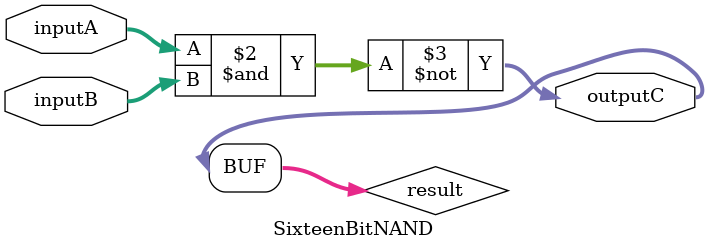
<source format=v>

module SixteenBitNAND(inputA,inputB,outputC);
parameter k=16;
input  [k-1:0] inputA;
input  [k-1:0] inputB;
output [k-1:0] outputC;
wire   [k-1:0] inputA;
wire   [k-1:0] inputB;
reg    [k-1:0] outputC;

reg    [k-1:0] result;

always@(*)
begin
	result=~(inputA&inputB);
	outputC=result;
end
 
endmodule

</source>
